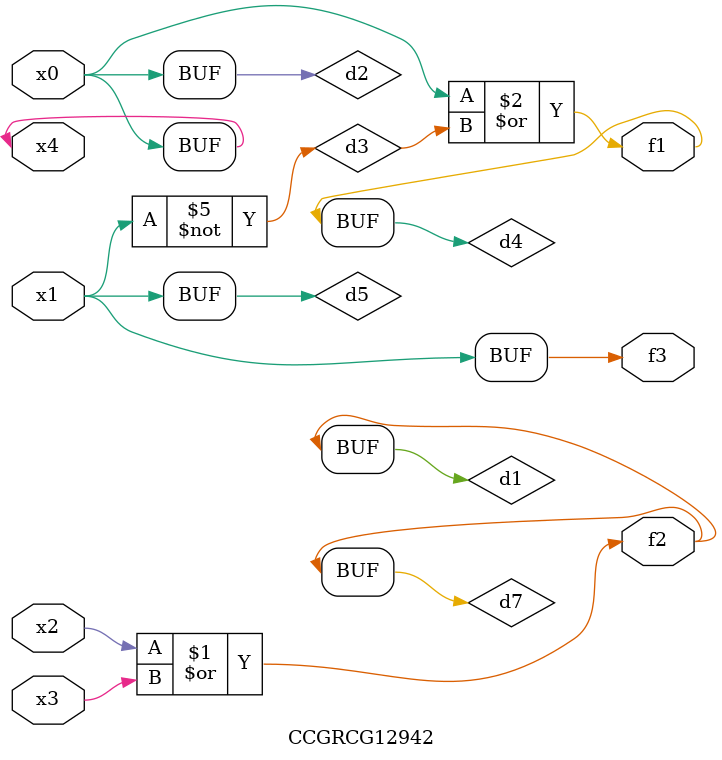
<source format=v>
module CCGRCG12942(
	input x0, x1, x2, x3, x4,
	output f1, f2, f3
);

	wire d1, d2, d3, d4, d5, d6, d7;

	or (d1, x2, x3);
	buf (d2, x0, x4);
	not (d3, x1);
	or (d4, d2, d3);
	not (d5, d3);
	nand (d6, d1, d3);
	or (d7, d1);
	assign f1 = d4;
	assign f2 = d7;
	assign f3 = d5;
endmodule

</source>
